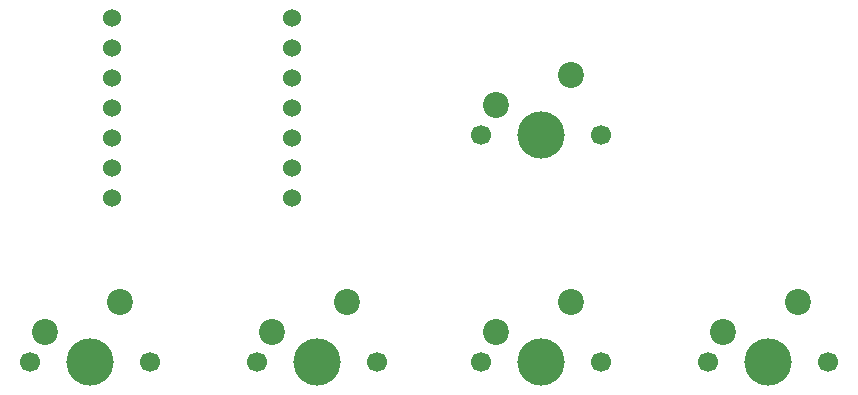
<source format=gbr>
%TF.GenerationSoftware,KiCad,Pcbnew,9.0.2*%
%TF.CreationDate,2025-06-20T17:03:44-04:00*%
%TF.ProjectId,HackPad,4861636b-5061-4642-9e6b-696361645f70,rev?*%
%TF.SameCoordinates,Original*%
%TF.FileFunction,Soldermask,Bot*%
%TF.FilePolarity,Negative*%
%FSLAX46Y46*%
G04 Gerber Fmt 4.6, Leading zero omitted, Abs format (unit mm)*
G04 Created by KiCad (PCBNEW 9.0.2) date 2025-06-20 17:03:44*
%MOMM*%
%LPD*%
G01*
G04 APERTURE LIST*
%ADD10C,1.700000*%
%ADD11C,4.000000*%
%ADD12C,2.200000*%
%ADD13C,1.524000*%
G04 APERTURE END LIST*
D10*
%TO.C,SW3*%
X232380000Y-101080000D03*
D11*
X237460000Y-101080000D03*
D10*
X242540000Y-101080000D03*
D12*
X240000000Y-96000000D03*
X233650000Y-98540000D03*
%TD*%
D10*
%TO.C,SW4*%
X213380000Y-101080000D03*
D11*
X218460000Y-101080000D03*
D10*
X223540000Y-101080000D03*
D12*
X221000000Y-96000000D03*
X214650000Y-98540000D03*
%TD*%
D13*
%TO.C,U1*%
X201135000Y-71975000D03*
X201135000Y-74515000D03*
X201135000Y-77055000D03*
X201135000Y-79595000D03*
X201135000Y-82135000D03*
X201135000Y-84675000D03*
X201135000Y-87215000D03*
X216375000Y-87215000D03*
X216375000Y-84675000D03*
X216375000Y-82135000D03*
X216375000Y-79595000D03*
X216375000Y-77055000D03*
X216375000Y-74515000D03*
X216375000Y-71975000D03*
%TD*%
D10*
%TO.C,SW2*%
X232390000Y-81900000D03*
D11*
X237470000Y-81900000D03*
D10*
X242550000Y-81900000D03*
D12*
X240010000Y-76820000D03*
X233660000Y-79360000D03*
%TD*%
D10*
%TO.C,SW5*%
X194205000Y-101105000D03*
D11*
X199285000Y-101105000D03*
D10*
X204365000Y-101105000D03*
D12*
X201825000Y-96025000D03*
X195475000Y-98565000D03*
%TD*%
D10*
%TO.C,SW1*%
X251530000Y-101090000D03*
D11*
X256610000Y-101090000D03*
D10*
X261690000Y-101090000D03*
D12*
X259150000Y-96010000D03*
X252800000Y-98550000D03*
%TD*%
M02*

</source>
